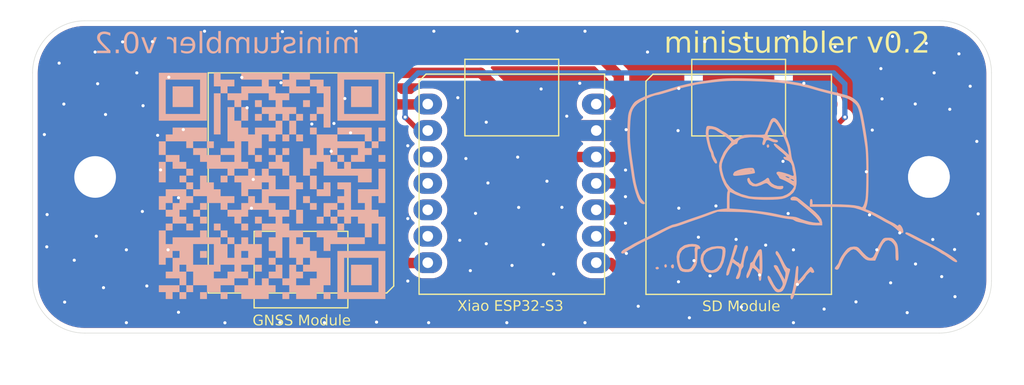
<source format=kicad_pcb>
(kicad_pcb (version 20241229) (generator "pcbnew") (generator_version "9.0")
  (layers (0 "F.Cu" signal) (2 "B.Cu" signal) (13 "F.Paste" user) (15 "B.Paste" user) (5 "F.SilkS" user "F.Silkscreen") (7 "B.SilkS" user "B.Silkscreen") (1 "F.Mask" user) (3 "B.Mask" user) (25 "Edge.Cuts" user))
  (net 0 "")
  (net 2 "MISO")
  (net 3 "TX")
  (net 4 "GND")
  (net 5 "+5V")
  (net 6 "MOSI")
  (net 7 "SD_CS")
  (net 9 "RX")
  (net 10 "GPS_WAKE")
  (net 13 "SCK")
  (net 19 "+3V3")
  (footprint "xiao ESP32S3_PCB:MOUDLE14P-SMD-2.54-21X17.8MM" (layer "F.Cu") (at 98.65 50.15 180)
    (property "Reference" "GPS MODULE" (hide yes))
    (property "Value" "MOUDLE-SEEEDUINO-XIAO-ESP32S3")
    (pad "1" smd roundrect (at 0.835 -18.12 180) (size 2.75 2) (layers "F.Cu" "F.Mask" "F.Paste") (roundrect_rratio 0.5) (net 3 "TX"))
    (pad "2" smd roundrect (at 0.835 -15.58 180) (size 2.75 2) (layers "F.Cu" "F.Mask" "F.Paste") (roundrect_rratio 0.5))
    (pad "3" smd roundrect (at 0.835 -13.04 180) (size 2.75 2) (layers "F.Cu" "F.Mask" "F.Paste") (roundrect_rratio 0.5))
    (pad "4" smd roundrect (at 0.835 -10.5 180) (size 2.75 2) (layers "F.Cu" "F.Mask" "F.Paste") (roundrect_rratio 0.5))
    (pad "5" smd roundrect (at 0.835 -7.96 180) (size 2.75 2) (layers "F.Cu" "F.Mask" "F.Paste") (roundrect_rratio 0.5))
    (pad "6" smd roundrect (at 0.835 -5.42 180) (size 2.75 2) (layers "F.Cu" "F.Mask" "F.Paste") (roundrect_rratio 0.5))
    (pad "7" smd roundrect (at 0.835 -2.88 180) (size 2.75 2) (layers "F.Cu" "F.Mask" "F.Paste") (roundrect_rratio 0.5) (net 10 "GPS_WAKE"))
    (pad "8" smd roundrect (at 17 -2.88 180) (size 2.75 2) (layers "F.Cu" "F.Mask" "F.Paste") (roundrect_rratio 0.5) (net 5 "+5V"))
    (pad "9" smd roundrect (at 17 -5.42 180) (size 2.75 2) (layers "F.Cu" "F.Mask" "F.Paste") (roundrect_rratio 0.5) (net 4 "GND"))
    (pad "10" smd roundrect (at 17 -7.96 180) (size 2.75 2) (layers "F.Cu" "F.Mask" "F.Paste") (roundrect_rratio 0.5) (net 19 "+3V3"))
    (pad "11" smd roundrect (at 17 -10.5 180) (size 2.75 2) (layers "F.Cu" "F.Mask" "F.Paste") (roundrect_rratio 0.5))
    (pad "12" smd roundrect (at 17 -13.04 180) (size 2.75 2) (layers "F.Cu" "F.Mask" "F.Paste") (roundrect_rratio 0.5))
    (pad "13" smd roundrect (at 17 -15.58 180) (size 2.75 2) (layers "F.Cu" "F.Mask" "F.Paste") (roundrect_rratio 0.5))
    (pad "14" smd roundrect (at 17 -18.12 180) (size 2.75 2) (layers "F.Cu" "F.Mask" "F.Paste") (roundrect_rratio 0.5) (net 9 "RX"))
    (zone (net 0) (net_name "") (layer "F.Cu") (connect_pads (clearance 0)) (min_thickness 0.01)
      (keepout (tracks not_allowed) (vias not_allowed) (pads not_allowed) (copperpour not_allowed) (footprints allowed))
      (fill (thermal_gap 0.508) (thermal_bridge_width 0.508))
      (polygon (pts (xy 86.331 67.168) (xy 84.553 67.168) (xy 84.553 64.501) (xy 86.331 64.501)))
    )
    (zone (net 0) (net_name "") (layer "F.Cu") (connect_pads (clearance 0)) (min_thickness 0.01)
      (keepout (tracks not_allowed) (vias not_allowed) (pads not_allowed) (copperpour not_allowed) (footprints allowed))
      (fill (thermal_gap 0.508) (thermal_bridge_width 0.508))
      (polygon (pts (xy 86.331 71.232) (xy 84.553 71.232) (xy 84.553 68.565) (xy 86.331 68.565)))
    )
    (zone (net 0) (net_name "") (layer "F.Cu") (connect_pads (clearance 0)) (min_thickness 0.01)
      (keepout (tracks not_allowed) (vias not_allowed) (pads not_allowed) (copperpour not_allowed) (footprints allowed))
      (fill (thermal_gap 0.508) (thermal_bridge_width 0.508))
      (polygon (pts (xy 90.658 60.31) (xy 86.594 60.31) (xy 86.594 56.7) (xy 90.658 56.7)))
    )
    (zone (net 0) (net_name "") (layer "F.Cu") (connect_pads (clearance 0)) (min_thickness 0.01)
      (keepout (tracks not_allowed) (vias not_allowed) (pads not_allowed) (copperpour not_allowed) (footprints allowed))
      (fill (thermal_gap 0.508) (thermal_bridge_width 0.508))
      (polygon (pts (xy 92.3 70.47) (xy 87.093 70.47) (xy 87.093 60.312) (xy 92.3 60.312)))
    )
    (zone (net 0) (net_name "") (layer "F.Cu") (connect_pads (clearance 0)) (min_thickness 0.01)
      (keepout (tracks not_allowed) (vias not_allowed) (pads not_allowed) (copperpour not_allowed) (footprints allowed))
      (fill (thermal_gap 0.508) (thermal_bridge_width 0.508))
      (polygon (pts (xy 94.967 67.168) (xy 93.189 67.168) (xy 93.189 64.501) (xy 94.967 64.501)))
    )
    (zone (net 0) (net_name "") (layer "F.Cu") (connect_pads (clearance 0)) (min_thickness 0.01)
      (keepout (tracks not_allowed) (vias not_allowed) (pads not_allowed) (copperpour not_allowed) (footprints allowed))
      (fill (thermal_gap 0.508) (thermal_bridge_width 0.508))
      (polygon (pts (xy 94.967 71.232) (xy 93.189 71.232) (xy 93.189 68.565) (xy 94.967 68.565)))
    )
    (zone (net 0) (net_name "") (layer "F.Cu") (connect_pads (clearance 0)) (min_thickness 0.01)
      (keepout (tracks not_allowed) (vias not_allowed) (pads not_allowed) (copperpour not_allowed) (footprints allowed))
      (fill (thermal_gap 0.508) (thermal_bridge_width 0.508))
      (polygon (pts (xy 95.6655 63.6865) (xy 92.7445 63.6865) (xy 92.7445 59.7815) (xy 95.6655 59.7815)))
    )
  )
  (footprint "" (layer "F.Cu") (at 150 60)
    (property "Reference" "" (at 0 0 0) (layer "F.SilkS") (effects (font (size 1.27 1.27))))
    (property "Value" "")
    (pad "1" thru_hole circle (at 0 0) (size 8 8) (drill 4) (layers "*.Cu" "*.Mask") (net 4 "GND"))
  )
  (footprint "MountingHole:MountingHole_4mm_Pad" (layer "F.Cu") (at 150 60)
    (property "Reference" "REF**" (hide yes))
    (property "Value" "MountingHole_4mm_Pad")
    (pad "1" thru_hole circle (at 0 0) (size 8 8) (drill 4) (layers "*.Cu" "*.Mask") (net 4 "GND"))
  )
  (footprint "xiao ESP32S3_PCB:MOUDLE14P-SMD-2.54-21X17.8MM" (layer "F.Cu") (at 101.0825 71.11925)
    (property "Reference" "ESP32" (hide yes))
    (property "Value" "MOUDLE-SEEEDUINO-XIAO-ESP32S3")
    (pad "1" thru_hole roundrect (at 0.835 -18.12) (size 2.75 2) (drill 1.02) (layers "*.Cu" "*.Mask") (roundrect_rratio 0.5) (net 10 "GPS_WAKE"))
    (pad "2" thru_hole roundrect (at 0.835 -15.58) (size 2.75 2) (drill 1.02) (layers "*.Cu" "*.Mask") (roundrect_rratio 0.5) (net 7 "SD_CS"))
    (pad "3" thru_hole roundrect (at 0.835 -13.04) (size 2.75 2) (drill 1.02) (layers "*.Cu" "*.Mask") (roundrect_rratio 0.5))
    (pad "4" thru_hole roundrect (at 0.835 -10.5) (size 2.75 2) (drill 1.02) (layers "*.Cu" "*.Mask") (roundrect_rratio 0.5))
    (pad "5" thru_hole roundrect (at 0.835 -7.96) (size 2.75 2) (drill 1.02) (layers "*.Cu" "*.Mask") (roundrect_rratio 0.5))
    (pad "6" thru_hole roundrect (at 0.835 -5.42) (size 2.75 2) (drill 1.02) (layers "*.Cu" "*.Mask") (roundrect_rratio 0.5))
    (pad "7" thru_hole roundrect (at 0.835 -2.88) (size 2.75 2) (drill 1.02) (layers "*.Cu" "*.Mask") (roundrect_rratio 0.5) (net 3 "TX"))
    (pad "8" thru_hole roundrect (at 17 -2.88) (size 2.75 2) (drill 1.02) (layers "*.Cu" "*.Mask") (roundrect_rratio 0.5) (net 9 "RX"))
    (pad "9" thru_hole roundrect (at 17 -5.42) (size 2.75 2) (drill 1.02) (layers "*.Cu" "*.Mask") (roundrect_rratio 0.5) (net 13 "SCK"))
    (pad "10" thru_hole roundrect (at 17 -7.96) (size 2.75 2) (drill 1.02) (layers "*.Cu" "*.Mask") (roundrect_rratio 0.5) (net 2 "MISO"))
    (pad "11" thru_hole roundrect (at 17 -10.5) (size 2.75 2) (drill 1.02) (layers "*.Cu" "*.Mask") (roundrect_rratio 0.5) (net 6 "MOSI"))
    (pad "12" thru_hole roundrect (at 17 -13.04) (size 2.75 2) (drill 1.02) (layers "*.Cu" "*.Mask") (roundrect_rratio 0.5) (net 19 "+3V3"))
    (pad "13" thru_hole roundrect (at 17 -15.58) (size 2.75 2) (drill 1.02) (layers "*.Cu" "*.Mask") (roundrect_rratio 0.5) (net 4 "GND"))
    (pad "14" thru_hole roundrect (at 17 -18.12) (size 2.75 2) (drill 1.02) (layers "*.Cu" "*.Mask") (roundrect_rratio 0.5) (net 5 "+5V"))
  )
  (footprint "xiao ESP32S3_PCB:MOUDLE14P-SMD-2.54-21X17.8MM" (layer "F.Cu") (at 122.85 71.13)
    (property "Reference" "MICRO SD" (hide yes))
    (property "Value" "MOUDLE-SEEEDUINO-XIAO-ESP32S3")
    (pad "1" smd roundrect (at 0.835 -18.12) (size 2.75 2) (layers "F.Cu" "F.Mask" "F.Paste") (roundrect_rratio 0.5))
    (pad "2" smd roundrect (at 0.835 -15.58) (size 2.75 2) (layers "F.Cu" "F.Mask" "F.Paste") (roundrect_rratio 0.5) (net 4 "GND"))
    (pad "3" smd roundrect (at 0.835 -13.04) (size 2.75 2) (layers "F.Cu" "F.Mask" "F.Paste") (roundrect_rratio 0.5) (net 19 "+3V3"))
    (pad "4" smd roundrect (at 0.835 -10.5) (size 2.75 2) (layers "F.Cu" "F.Mask" "F.Paste") (roundrect_rratio 0.5) (net 6 "MOSI"))
    (pad "5" smd roundrect (at 0.835 -7.96) (size 2.75 2) (layers "F.Cu" "F.Mask" "F.Paste") (roundrect_rratio 0.5) (net 2 "MISO"))
    (pad "6" smd roundrect (at 0.835 -5.42) (size 2.75 2) (layers "F.Cu" "F.Mask" "F.Paste") (roundrect_rratio 0.5) (net 13 "SCK"))
    (pad "7" smd roundrect (at 0.835 -2.88) (size 2.75 2) (layers "F.Cu" "F.Mask" "F.Paste") (roundrect_rratio 0.5))
    (pad "8" smd roundrect (at 17 -2.88) (size 2.75 2) (layers "F.Cu" "F.Mask" "F.Paste") (roundrect_rratio 0.5))
    (pad "9" smd roundrect (at 17 -5.42) (size 2.75 2) (layers "F.Cu" "F.Mask" "F.Paste") (roundrect_rratio 0.5))
    (pad "10" smd roundrect (at 17 -7.96) (size 2.75 2) (layers "F.Cu" "F.Mask" "F.Paste") (roundrect_rratio 0.5))
    (pad "11" smd roundrect (at 17 -10.5) (size 2.75 2) (layers "F.Cu" "F.Mask" "F.Paste") (roundrect_rratio 0.5))
    (pad "12" smd roundrect (at 17 -13.04) (size 2.75 2) (layers "F.Cu" "F.Mask" "F.Paste") (roundrect_rratio 0.5))
    (pad "13" smd roundrect (at 17 -15.58) (size 2.75 2) (layers "F.Cu" "F.Mask" "F.Paste") (roundrect_rratio 0.5) (net 7 "SD_CS"))
    (pad "14" smd roundrect (at 17 -18.12) (size 2.75 2) (layers "F.Cu" "F.Mask" "F.Paste") (roundrect_rratio 0.5))
    (zone (net 0) (net_name "") (layer "F.Cu") (connect_pads (clearance 0)) (min_thickness 0.01)
      (keepout (tracks not_allowed) (vias not_allowed) (pads not_allowed) (copperpour not_allowed) (footprints allowed))
      (fill (thermal_gap 0.508) (thermal_bridge_width 0.508))
      (polygon (pts (xy 125.8345 57.5935) (xy 128.7555 57.5935) (xy 128.7555 61.4985) (xy 125.8345 61.4985)))
    )
    (zone (net 0) (net_name "") (layer "F.Cu") (connect_pads (clearance 0)) (min_thickness 0.01)
      (keepout (tracks not_allowed) (vias not_allowed) (pads not_allowed) (copperpour not_allowed) (footprints allowed))
      (fill (thermal_gap 0.508) (thermal_bridge_width 0.508))
      (polygon (pts (xy 126.533 50.048) (xy 128.311 50.048) (xy 128.311 52.715) (xy 126.533 52.715)))
    )
    (zone (net 0) (net_name "") (layer "F.Cu") (connect_pads (clearance 0)) (min_thickness 0.01)
      (keepout (tracks not_allowed) (vias not_allowed) (pads not_allowed) (copperpour not_allowed) (footprints allowed))
      (fill (thermal_gap 0.508) (thermal_bridge_width 0.508))
      (polygon (pts (xy 126.533 54.112) (xy 128.311 54.112) (xy 128.311 56.779) (xy 126.533 56.779)))
    )
    (zone (net 0) (net_name "") (layer "F.Cu") (connect_pads (clearance 0)) (min_thickness 0.01)
      (keepout (tracks not_allowed) (vias not_allowed) (pads not_allowed) (copperpour not_allowed) (footprints allowed))
      (fill (thermal_gap 0.508) (thermal_bridge_width 0.508))
      (polygon (pts (xy 129.2 50.81) (xy 134.407 50.81) (xy 134.407 60.968) (xy 129.2 60.968)))
    )
    (zone (net 0) (net_name "") (layer "F.Cu") (connect_pads (clearance 0)) (min_thickness 0.01)
      (keepout (tracks not_allowed) (vias not_allowed) (pads not_allowed) (copperpour not_allowed) (footprints allowed))
      (fill (thermal_gap 0.508) (thermal_bridge_width 0.508))
      (polygon (pts (xy 130.842 60.97) (xy 134.906 60.97) (xy 134.906 64.58) (xy 130.842 64.58)))
    )
    (zone (net 0) (net_name "") (layer "F.Cu") (connect_pads (clearance 0)) (min_thickness 0.01)
      (keepout (tracks not_allowed) (vias not_allowed) (pads not_allowed) (copperpour not_allowed) (footprints allowed))
      (fill (thermal_gap 0.508) (thermal_bridge_width 0.508))
      (polygon (pts (xy 135.169 50.048) (xy 136.947 50.048) (xy 136.947 52.715) (xy 135.169 52.715)))
    )
    (zone (net 0) (net_name "") (layer "F.Cu") (connect_pads (clearance 0)) (min_thickness 0.01)
      (keepout (tracks not_allowed) (vias not_allowed) (pads not_allowed) (copperpour not_allowed) (footprints allowed))
      (fill (thermal_gap 0.508) (thermal_bridge_width 0.508))
      (polygon (pts (xy 135.169 54.112) (xy 136.947 54.112) (xy 136.947 56.779) (xy 135.169 56.779)))
    )
  )
  (footprint "MountingHole:MountingHole_4mm_Pad" (layer "F.Cu") (at 70 60)
    (property "Reference" "REF**" (hide yes))
    (property "Value" "MountingHole_4mm_Pad")
    (pad "1" thru_hole circle (at 0 0) (size 8 8) (drill 4) (layers "*.Cu" "*.Mask") (net 4 "GND"))
  )
  (footprint "clipboard:54673efd-b35e-49dd-9032-9028876455ca" (layer "B.Cu") (at 66.856638 79.75875 180)
    (property "Reference" "" (at 0 0 0) (layer "B.SilkS") (effects (font (size 1.27 1.27)) (justify mirror)))
    (property "Value" "")
  )
  (footprint "clipboard:45aaa4f7-1e1c-4795-ac06-623d4f5a70b0" (layer "B.Cu") (at 127.989529 50.843844)
    (property "Reference" "" (at 0 0 180) (layer "B.SilkS") (effects (font (size 1.27 1.27)) (justify mirror)))
    (property "Value" "")
  )
  (gr_arc (start 64 50) (mid 65.464466 46.464466) (end 69 45) (stroke (width 0.05)) (layer "Edge.Cuts"))
  (gr_arc (start 156 70) (mid 154.535534 73.535534) (end 151 75) (stroke (width 0.05)) (layer "Edge.Cuts"))
  (gr_line (start 69 75) (end 151 75) (stroke (width 0.05)) (layer "Edge.Cuts"))
  (gr_line (start 156 50) (end 156 70) (stroke (width 0.05)) (layer "Edge.Cuts"))
  (gr_arc (start 151 45) (mid 154.535534 46.464466) (end 156 50) (stroke (width 0.05)) (layer "Edge.Cuts"))
  (gr_arc (start 69 75) (mid 65.464466 73.535534) (end 64 70) (stroke (width 0.05)) (layer "Edge.Cuts"))
  (gr_line (start 64 70) (end 64 50) (stroke (width 0.05)) (layer "Edge.Cuts"))
  (gr_line (start 69 45) (end 151 45) (stroke (width 0.05)) (layer "Edge.Cuts"))
  (gr_text "GNSS Module" (at 89.821616 73.839498 0) (layer "F.SilkS") (effects (font (size 1 1) (thickness 0.1))))
  (gr_text "Xiao ESP32-S3" (at 109.846757 72.445343 0) (layer "F.SilkS") (effects (font (size 1 1) (thickness 0.1))))
  (gr_text "ministumbler v0.2" (at 137.35221 47.22562 0) (layer "F.SilkS") (effects (font (size 2 2) (thickness 0.1))))
  (gr_text "SD Module" (at 131.994346 72.477084 0) (layer "F.SilkS") (effects (font (size 1 1) (thickness 0.1))))
  (gr_text "ministumbler v0.2" (at 82.66345 47.27506 0) (layer "B.SilkS") (effects (font (size 2 2) (thickness 0.1)) (justify mirror)))
  (segment (start 123.93925 63.15925) (end 123.95 63.17) (width 1) (layer "F.Cu") (net 2))
  (segment (start 118.0825 63.15925) (end 123.67425 63.15925) (width 1) (layer "F.Cu") (net 2))
  (segment (start 123.67425 63.15925) (end 123.685 63.17) (width 1) (layer "F.Cu") (net 2))
  (segment (start 97.815 68.27) (end 101.88675 68.27) (width 1) (layer "F.Cu") (net 3))
  (segment (start 101.88675 68.27) (end 101.9175 68.23925) (width 1) (layer "F.Cu") (net 3))
  (via (at 126 51.5) (size 0.6) (drill 0.3) (layers "F.Cu" "B.Cu") (net 4))
  (via (at 147.915067 73.035392) (size 0.6) (drill 0.3) (layers "F.Cu" "B.Cu") (net 4))
  (via (at 104.798303 52.386634) (size 0.6) (drill 0.3) (layers "F.Cu" "B.Cu") (net 4))
  (via (at 120.887054 64.443527) (size 0.6) (drill 0.3) (layers "F.Cu" "B.Cu") (net 4))
  (via (at 84.073285 50.437763) (size 0.6) (drill 0.3) (layers "F.Cu" "B.Cu") (net 4))
  (via (at 127.463962 68.041491) (size 0.6) (drill 0.3) (layers "F.Cu" "B.Cu") (net 4))
  (via (at 65.394723 63.611711) (size 0.6) (drill 0.3) (layers "F.Cu" "B.Cu") (net 4))
  (via (at 106 69) (size 0.6) (drill 0.3) (layers "F.Cu" "B.Cu") (net 4))
  (via (at 131.5 66) (size 0.6) (drill 0.3) (layers "F.Cu" "B.Cu") (net 4))
  (via (at 152.878414 48.173413) (size 0.6) (drill 0.3) (layers "F.Cu" "B.Cu") (net 4))
  (via (at 144.565484 55.496708) (size 0.6) (drill 0.3) (layers "F.Cu" "B.Cu") (net 4))
  (via (at 92.914598 54.859781) (size 0.6) (drill 0.3) (layers "F.Cu" "B.Cu") (net 4))
  (via (at 77 67) (size 0.6) (drill 0.3) (layers "F.Cu" "B.Cu") (net 4))
  (via (at 70.243932 51.043353) (size 0.6) (drill 0.3) (layers "F.Cu" "B.Cu") (net 4))
  (via (at 149.741163 47.160474) (size 0.6) (drill 0.3) (layers "F.Cu" "B.Cu") (net 4))
  (via (at 75.5 47) (size 0.6) (drill 0.3) (layers "F.Cu" "B.Cu") (net 4))
  (via (at 154.725731 63.545735) (size 0.6) (drill 0.3) (layers "F.Cu" "B.Cu") (net 4))
  (via (at 138 51) (size 0.6) (drill 0.3) (layers "F.Cu" "B.Cu") (net 4))
  (via (at 100 64) (size 0.6) (drill 0.3) (layers "F.Cu" "B.Cu") (net 4))
  (via (at 137 74) (size 0.6) (drill 0.3) (layers "F.Cu" "B.Cu") (net 4))
  (via (at 72.637134 47.022622) (size 0.6) (drill 0.3) (layers "F.Cu" "B.Cu") (net 4))
  (via (at 146.326924 70.169477) (size 0.6) (drill 0.3) (layers "F.Cu" "B.Cu") (net 4))
  (via (at 110 68.5) (size 0.6) (drill 0.3) (layers "F.Cu" "B.Cu") (net 4))
  (via (at 104.988725 66.085797) (size 0.6) (drill 0.3) (layers "F.Cu" "B.Cu") (net 4))
  (via (at 107.527155 54.739955) (size 0.6) (drill 0.3) (layers "F.Cu" "B.Cu") (net 4))
  (via (at 73 74) (size 0.6) (drill 0.3) (layers "F.Cu" "B.Cu") (net 4))
  (via (at 147.202682 65.373939) (size 0.6) (drill 0.3) (layers "F.Cu" "B.Cu") (net 4))
  (via (at 144.301581 63.644699) (size 0.6) (drill 0.3) (layers "F.Cu" "B.Cu") (net 4))
  (via (at 136 58.5) (size 0.6) (drill 0.3) (layers "F.Cu" "B.Cu") (net 4))
  (via (at 95 46) (size 0.6) (drill 0.3) (layers "F.Cu" "B.Cu") (net 4))
  (via (at 74.532349 63.314821) (size 0.6) (drill 0.3) (layers "F.Cu" "B.Cu") (net 4))
  (via (at 141 47.5) (size 0.6) (drill 0.3) (layers "F.Cu" "B.Cu") (net 4))
  (via (at 145 67) (size 0.6) (drill 0.3) (layers "F.Cu" "B.Cu") (net 4))
  (via (at 152.5 71.5) (size 0.6) (drill 0.3) (layers "F.Cu" "B.Cu") (net 4))
  (via (at 82.454264 74.010365) (size 0.6) (drill 0.3) (layers "F.Cu" "B.Cu") (net 4))
  (via (at 74.598324 53.154573) (size 0.6) (drill 0.3) (layers "F.Cu" "B.Cu") (net 4))
  (via (at 100 57) (size 0.6) (drill 0.3) (layers "F.Cu" "B.Cu") (net 4))
  (via (at 129 69.5) (size 0.6) (drill 0.3) (layers "F.Cu" "B.Cu") (net 4))
  (via (at 144 59.5) (size 0.6) (drill 0.3) (layers "F.Cu" "B.Cu") (net 4))
  (via (at 76.280703 59.323295) (size 0.6) (drill 0.3) (layers "F.Cu" "B.Cu") (net 4))
  (via (at 92 74) (size 0.6) (drill 0.3) (layers "F.Cu" "B.Cu") (net 4))
  (via (at 117 74) (size 0.6) (drill 0.3) (layers "F.Cu" "B.Cu") (net 4))
  (via (at 120.948515 55.457499) (size 0.6) (drill 0.3) (layers "F.Cu" "B.Cu") (net 4))
  (via (at 68 68) (size 0.6) (drill 0.3) (layers "F.Cu" "B.Cu") (net 4))
  (via (at 70 48) (size 0.6) (drill 0.3) (layers "F.Cu" "B.Cu") (net 4))
  (via (at 67.077102 72.023604) (size 0.6) (drill 0.3) (layers "F.Cu" "B.Cu") (net 4))
  (via (at 137.377955 70.322836) (size 0.6) (drill 0.3) (layers "F.Cu" "B.Cu") (net 4))
  (via (at 78 62) (size 0.6) (drill 0.3) (layers "F.Cu" "B.Cu") (net 4))
  (via (at 113.350547 60.408086) (size 0.6) (drill 0.3) (layers "F.Cu" "B.Cu") (net 4))
  (via (at 93.959113 52.465625) (size 0.6) (drill 0.3) (layers "F.Cu" "B.Cu") (net 4))
  (via (at 70.804725 70.638116) (size 0.6) (drill 0.3) (layers "F.Cu" "B.Cu") (net 4))
  (via (at 87.833279 50.944729) (size 0.6) (drill 0.3) (layers "F.Cu" "B.Cu") (net 4))
  (via (at 145.5 52.5) (size 0.6) (drill 0.3) (layers "F.Cu" "B.Cu") (net 4))
  (via (at 134.336162 66.548759) (size 0.6) (drill 0.3) (layers "F.Cu" "B.Cu") (net 4))
  (via (at 102.5 46) (size 0.6) (drill 0.3) (layers "F.Cu" "B.Cu") (net 4))
  (via (at 109.5 74) (size 0.6) (drill 0.3) (layers "F.Cu" "B.Cu") (net 4))
  (via (at 127.017147 73.527662) (size 0.6) (drill 0.3) (layers "F.Cu" "B.Cu") (net 4))
  (via (at 71 54) (size 0.6) (drill 0.3) (layers "F.Cu" "B.Cu") (net 4))
  (via (at 107.528787 66.415675) (size 0.6) (drill 0.3) (layers "F.Cu" "B.Cu") (net 4))
  (via (at 107.689431 60.577075) (size 0.6) (drill 0.3) (layers "F.Cu" "B.Cu") (net 4))
  (via (at 136.49209 63.512748) (size 0.6) (drill 0.3) (layers "F.Cu" "B.Cu") (net 4))
  (via (at 112.789958 51.549363) (size 0.6) (drill 0.3) (layers "F.Cu" "B.Cu") (net 4))
  (via (at 97.001891 73.944389) (size 0.6) (drill 0.3) (layers "F.Cu" "B.Cu") (net 4))
  (via (at 65.130821 55.92555) (size 0.6) (drill 0.3) (layers "F.Cu" "B.Cu") (net 4))
  (via (at 132.4473 46.789361) (size 0.6) (drill 0.3) (layers "F.Cu" "B.Cu") (net 4))
  (via (at 122.110515 72.423181) (size 0.6) (drill 0.3) (layers "F.Cu" "B.Cu") (net 4))
  (via (at 80.5 46) (size 0.6) (drill 0.3) (layers "F.Cu" "B.Cu") (net 4))
  (via (at 84.58025 53.352815) (size 0.6) (drill 0.3) (layers "F.Cu" "B.Cu") (net 4))
  (via (at 126 63) (size 0.6) (drill 0.3) (layers "F.Cu" "B.Cu") (net 4))
  (via (at 154.59378 56.585306) (size 0.6) (drill 0.3) (layers "F.Cu" "B.Cu") (net 4))
  (via (at 113.994399 69.318603) (size 0.6) (drill 0.3) (layers "F.Cu" "B.Cu") (net 4))
  (via (at 85.16929 60.239249) (size 0.6) (drill 0.3) (layers "F.Cu" "B.Cu") (net 4))
  (via (at 153.959446 51.284633) (size 0.6) (drill 0.3) (layers "F.Cu" "B.Cu") (net 4))
  (via (at 73 67) (size 0.6) (drill 0.3) (layers "F.Cu" "B.Cu") (net 4))
  (via (at 125.97123 70.069353) (size 0.6) (drill 0.3) (layers "F.Cu" "B.Cu") (net 4))
  (via (at 125.929739 55.549363) (size 0.6) (drill 0.3) (layers "F.Cu" "B.Cu") (net 4))
  (via (at 114.786107 62.918967) (size 0.6) (drill 0.3) (layers "F.Cu" "B.Cu") (net 4))
  (via (at 143 72) (size 0.6) (drill 0.3) (layers "F.Cu" "B.Cu") (net 4))
  (via (at 115.251766 54.161384) (size 0.6) (drill 0.3) (layers "F.Cu" "B.Cu") (net 4))
  (via (at 74 50) (size 0.6) (drill 0.3) (layers "F.Cu" "B.Cu") (net 4))
  (via (at 85 63) (size 0.6) (drill 0.3) (layers "F.Cu" "B.Cu") (net 4))
  (via (at 94.508326 55.760902) (size 0.6) (drill 0.3) (layers "F.Cu" "B.Cu") (net 4))
  (via (at 113 66.5) (size 0.6) (drill 0.3) (layers "F.Cu" "B.Cu") (net 4))
  (via (at 90.790578 54.915959) (size 0.6) (drill 0.3) (layers "F.Cu" "B.Cu") (net 4))
  (via (at 132 72.5) (size 0.6) (drill 0.3) (layers "F.Cu" "B.Cu") (net 4))
  (via (at 87.968792 46.040479) (size 0.6) (drill 0.3) (layers "F.Cu" "B.Cu") (net 4))
  (via (at 129.564649 62.787016) (size 0.6) (drill 0.3) (layers "F.Cu" "B.Cu") (net 4))
  (via (at 117 46) (size 0.6) (drill 0.3) (layers "F.Cu" "B.Cu") (net 4))
  (via (at 150.371217 66.007646) (size 0.6) (drill 0.3) (layers "F.Cu" "B.Cu") (net 4))
  (via (at 66.549297 49.064084) (size 0.6) (drill 0.3) (layers "F.Cu" "B.Cu") (net 4))
  (via (at 152 53.5) (size 0.6) (drill 0.3) (layers "F.Cu" "B.Cu") (net 4))
  (via (at 137 67) (size 0.6) (drill 0.3) (layers "F.Cu" "B.Cu") (net 4))
  (via (at 120.882709 61.893555) (size 0.6) (drill 0.3) (layers "F.Cu" "B.Cu") (net 4))
  (via (at 106.5 63.5) (size 0.6) (drill 0.3) (layers "F.Cu" "B.Cu") (net 4))
  (via (at 67 53) (size 0.6) (drill 0.3) (layers "F.Cu" "B.Cu") (net 4))
  (via (at 150.5 50) (size 0.6) (drill 0.3) (layers "F.Cu" "B.Cu") (net 4))
  (via (at 151.225615 69.575696) (size 0.6) (drill 0.3) (layers "F.Cu" "B.Cu") (net 4))
  (via (at 136.5 46.5) (size 0.6) (drill 0.3) (layers "F.Cu" "B.Cu") (net 4))
  (via (at 116.5 51) (size 0.6) (drill 0.3) (layers "F.Cu" "B.Cu") (net 4))
  (via (at 145.390179 49.591889) (size 0.6) (drill 0.3) (layers "F.Cu" "B.Cu") (net 4))
  (via (at 102 74) (size 0.6) (drill 0.3) (layers "F.Cu" "B.Cu") (net 4))
  (via (at 148.688961 52.989634) (size 0.6) (drill 0.3) (layers "F.Cu" "B.Cu") (net 4))
  (via (at 148.714105 68.359713) (size 0.6) (drill 0.3) (layers "F.Cu" "B.Cu") (net 4))
  (via (at 133.754102 69.417567) (size 0.6) (drill 0.3) (layers "F.Cu" "B.Cu") (net 4))
  (via (at 110.543913 58.094691) (size 0.6) (drill 0.3) (layers "F.Cu" "B.Cu") (net 4))
  (via (at 100 70) (size 0.6) (drill 0.3) (layers "F.Cu" "B.Cu") (net 4))
  (via (at 152.461829 66.972194) (size 0.6) (drill 0.3) (layers "F.Cu" "B.Cu") (net 4))
  (via (at 120.890365 59.337977) (size 0.6) (drill 0.3) (layers "F.Cu" "B.Cu") (net 4))
  (via (at 128.5 47) (size 0.6) (drill 0.3) (layers "F.Cu" "B.Cu") (net 4))
  (via (at 78 73) (size 0.6) (drill 0.3) (layers "F.Cu" "B.Cu") (net 4))
  (via (at 65.361735 66.712566) (size 0.6) (drill 0.3) (layers "F.Cu" "B.Cu") (net 4))
  (via (at 76 56) (size 0.6) (drill 0.3) (layers "F.Cu" "B.Cu") (net 4))
  (via (at 110.5 46) (size 0.6) (drill 0.3) (layers "F.Cu" "B.Cu") (net 4))
  (via (at 77.070865 50.418533) (size 0.6) (drill 0.3) (layers "F.Cu" "B.Cu") (net 4))
  (via (at 139.943782 72.693045) (size 0.6) (drill 0.3) (layers "F.Cu" "B.Cu") (net 4))
  (via (at 74.96119 70.473177) (size 0.6) (drill 0.3) (layers "F.Cu" "B.Cu") (net 4))
  (via (at 70.111981 65.689944) (size 0.6) (drill 0.3) (layers "F.Cu" "B.Cu") (net 4))
  (via (at 105.574399 58.232385) (size 0.6) (drill 0.3) (layers "F.Cu" "B.Cu") (net 4))
  (via (at 120.969677 67.343699) (size 0.6) (drill 0.3) (layers "F.Cu" "B.Cu") (net 4))
  (via (at 123 48) (size 0.6) (drill 0.3) (layers "F.Cu" "B.Cu") (net 4))
  (via (at 146.5 46.5) (size 0.6) (drill 0.3) (layers "F.Cu" "B.Cu") (net 4))
  (via (at 110.638697 62.927622) (size 0.6) (drill 0.3) (layers "F.Cu" "B.Cu") (net 4))
  (via (at 78.460326 55.450636) (size 0.6) (drill 0.3) (layers "F.Cu" "B.Cu") (net 4))
  (via (at 87.732314 73.977377) (size 0.6) (drill 0.3) (layers "F.Cu" "B.Cu") (net 4))
  (via (at 127.88227 65.788907) (size 0.6) (drill 0.3) (layers "F.Cu" "B.Cu") (net 4))
  (via (at 92.649452 57.535281) (size 0.6) (drill 0.3) (layers "F.Cu" "B.Cu") (net 4))
  (segment (start 80.03 53.03) (end 79.25 52.25) (width 1) (layer "F.Cu") (net 5))
  (segment (start 119.50075 52.99925) (end 118.0825 52.99925) (width 1) (layer "F.Cu") (net 5))
  (segment (start 79.25 52.25) (end 79.25 50.25) (width 1) (layer "F.Cu") (net 5))
  (segment (start 120.25 52.25) (end 119.50075 52.99925) (width 1) (layer "F.Cu") (net 5))
  (segment (start 79.25 50.25) (end 81.132346 48.367654) (width 1) (layer "F.Cu") (net 5))
  (segment (start 81.132346 48.367654) (end 118.367654 48.367654) (width 1) (layer "F.Cu") (net 5))
  (segment (start 120.25 50.25) (end 120.25 52.25) (width 1) (layer "F.Cu") (net 5))
  (segment (start 118.367654 48.367654) (end 120.25 50.25) (width 1) (layer "F.Cu") (net 5))
  (segment (start 81.65 53.03) (end 80.03 53.03) (width 1) (layer "F.Cu") (net 5))
  (segment (start 123.93925 60.61925) (end 123.95 60.63) (width 1) (layer "F.Cu") (net 6))
  (segment (start 123.67425 60.61925) (end 123.685 60.63) (width 1) (layer "F.Cu") (net 6))
  (segment (start 118.0825 60.61925) (end 123.67425 60.61925) (width 1) (layer "F.Cu") (net 6))
  (segment (start 140.635 55.55) (end 139.85 55.55) (width 0.5) (layer "F.Cu") (net 7))
  (segment (start 101.03925 55.53925) (end 99.75 54.25) (width 0.5) (layer "F.Cu") (net 7))
  (segment (start 141.935 54.25) (end 140.635 55.55) (width 0.5) (layer "F.Cu") (net 7))
  (segment (start 101.9175 55.53925) (end 101.03925 55.53925) (width 0.5) (layer "F.Cu") (net 7))
  (via (at 141.935 54.25) (size 0.6) (drill 0.3) (layers "F.Cu" "B.Cu") (net 7))
  (via (at 99.75 54.25) (size 0.6) (drill 0.3) (layers "F.Cu" "B.Cu") (net 7))
  (segment (start 141.935 51.065) (end 141.935 54.25) (width 0.5) (layer "B.Cu") (net 7))
  (segment (start 99.75 51.25) (end 101 50) (width 0.5) (layer "B.Cu") (net 7))
  (segment (start 140.87 50) (end 141.935 51.065) (width 0.5) (layer "B.Cu") (net 7))
  (segment (start 99.75 54.25) (end 99.75 51.25) (width 0.5) (layer "B.Cu") (net 7))
  (segment (start 101 50) (end 140.87 50) (width 0.5) (layer "B.Cu") (net 7))
  (segment (start 79.25 71.25) (end 80.25 72.25) (width 1) (layer "F.Cu") (net 9))
  (segment (start 81.65 68.27) (end 80.23 68.27) (width 1) (layer "F.Cu") (net 9))
  (segment (start 80.23 68.27) (end 79.25 69.25) (width 1) (layer "F.Cu") (net 9))
  (segment (start 120.45 69.25) (end 120.45 71.25) (width 1) (layer "F.Cu") (net 9))
  (segment (start 119.47 68.27) (end 120.45 69.25) (width 1) (layer "F.Cu") (net 9))
  (segment (start 119.45 72.25) (end 80.25 72.25) (width 1) (layer "F.Cu") (net 9))
  (segment (start 120.45 71.25) (end 119.45 72.25) (width 1) (layer "F.Cu") (net 9))
  (segment (start 118.05 68.27) (end 119.47 68.27) (width 1) (layer "F.Cu") (net 9))
  (segment (start 79.25 69.25) (end 79.25 71.25) (width 1) (layer "F.Cu") (net 9))
  (segment (start 119.23925 68.23925) (end 118.0825 68.23925) (width 0.2) (layer "F.Cu") (net 9))
  (segment (start 97.815 53.03) (end 101.88675 53.03) (width 1) (layer "F.Cu") (net 10))
  (segment (start 101.88675 53.03) (end 101.9175 52.99925) (width 1) (layer "F.Cu") (net 10))
  (segment (start 123.93925 65.69925) (end 123.95 65.71) (width 1) (layer "F.Cu") (net 13))
  (segment (start 118.0825 65.69925) (end 123.67425 65.69925) (width 1) (layer "F.Cu") (net 13))
  (segment (start 123.67425 65.69925) (end 123.685 65.71) (width 1) (layer "F.Cu") (net 13))
  (segment (start 123.93925 58.07925) (end 123.95 58.09) (width 1) (layer "F.Cu") (net 19))
  (segment (start 83.9575 58.11) (end 81.65 58.11) (width 1) (layer "F.Cu") (net 19))
  (segment (start 118.0825 58.07925) (end 123.67425 58.07925) (width 1) (layer "F.Cu") (net 19))
  (segment (start 115.07925 58.07925) (end 107 50) (width 1) (layer "F.Cu") (net 19))
  (segment (start 118.0825 58.07925) (end 115.07925 58.07925) (width 1) (layer "F.Cu") (net 19))
  (segment (start 107 50) (end 92.0675 50) (width 1) (layer "F.Cu") (net 19))
  (segment (start 92.0675 50) (end 83.9575 58.11) (width 1) (layer "F.Cu") (net 19))
  (segment (start 123.67425 58.07925) (end 123.685 58.09) (width 0.2) (layer "F.Cu") (net 19))
  (zone (net 4) (net_name "GND") (layers "F.Cu" "B.Cu") (connect_pads (clearance 0.5)) (min_thickness 0.25) (fill yes (thermal_gap 0.5) (thermal_bridge_width 2))
    (polygon (pts (xy 157 43) (xy 157 77) (xy 63 77) (xy 63 43)))
  )
)
</source>
